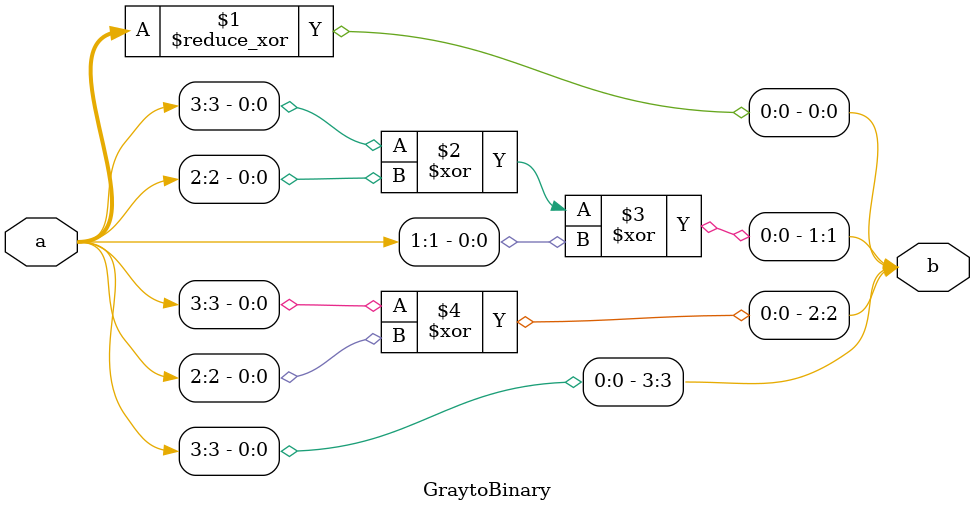
<source format=v>
module GraytoBinary(a,b);
input [3:0] a;
output [3:0] b;
assign b={a[3],a[3]^a[2],a[3]^a[2]^a[1],^a};

endmodule
</source>
